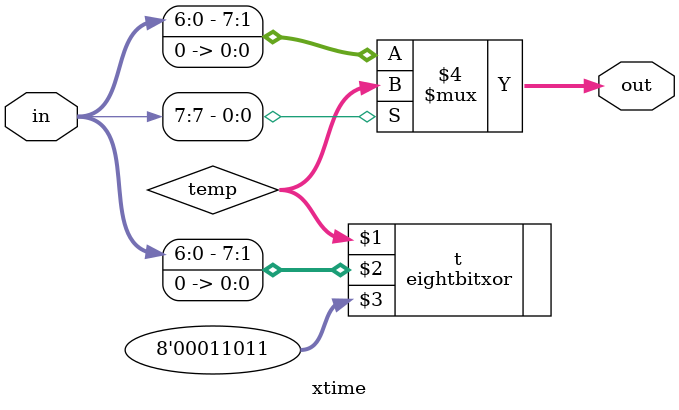
<source format=v>

module xtime(in,out);
input [7:0] in;
output [7:0] out;
wire [7:0] temp;
reg[7:0] out;

eightbitxor t (temp, {in[6:0],1'b0}, 8'b00011011); 

always@(in)
begin
	if(in[7]==0) 
		out = {in[6:0],1'b0};
	else
		out = temp;
end
endmodule
</source>
